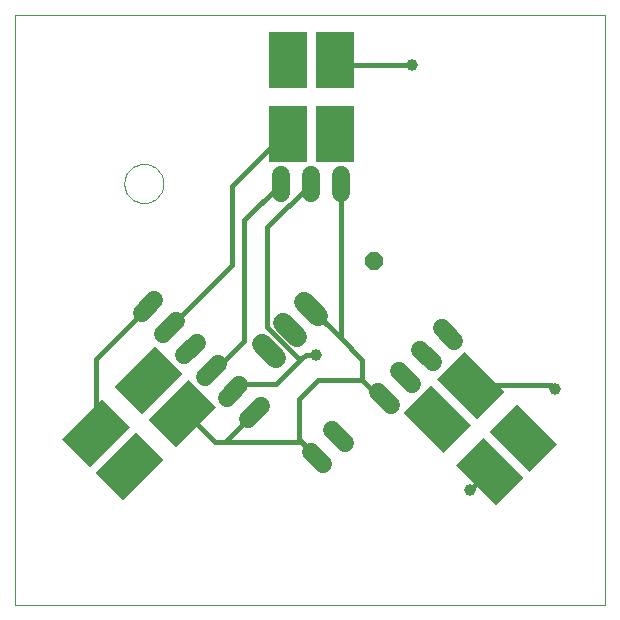
<source format=gbl>
G75*
%MOIN*%
%OFA0B0*%
%FSLAX24Y24*%
%IPPOS*%
%LPD*%
%AMOC8*
5,1,8,0,0,1.08239X$1,22.5*
%
%ADD10C,0.0000*%
%ADD11C,0.0600*%
%ADD12OC8,0.0600*%
%ADD13C,0.0660*%
%ADD14R,0.1299X0.1890*%
%ADD15C,0.0160*%
%ADD16C,0.0396*%
D10*
X000100Y000100D02*
X000100Y019785D01*
X019785Y019785D01*
X019785Y000100D01*
X000100Y000100D01*
X003751Y014156D02*
X003753Y014206D01*
X003759Y014256D01*
X003769Y014306D01*
X003782Y014354D01*
X003799Y014402D01*
X003820Y014448D01*
X003844Y014492D01*
X003872Y014534D01*
X003903Y014574D01*
X003937Y014611D01*
X003974Y014646D01*
X004013Y014677D01*
X004054Y014706D01*
X004098Y014731D01*
X004144Y014753D01*
X004191Y014771D01*
X004239Y014785D01*
X004288Y014796D01*
X004338Y014803D01*
X004388Y014806D01*
X004439Y014805D01*
X004489Y014800D01*
X004539Y014791D01*
X004587Y014779D01*
X004635Y014762D01*
X004681Y014742D01*
X004726Y014719D01*
X004769Y014692D01*
X004809Y014662D01*
X004847Y014629D01*
X004882Y014593D01*
X004915Y014554D01*
X004944Y014513D01*
X004970Y014470D01*
X004993Y014425D01*
X005012Y014378D01*
X005027Y014330D01*
X005039Y014281D01*
X005047Y014231D01*
X005051Y014181D01*
X005051Y014131D01*
X005047Y014081D01*
X005039Y014031D01*
X005027Y013982D01*
X005012Y013934D01*
X004993Y013887D01*
X004970Y013842D01*
X004944Y013799D01*
X004915Y013758D01*
X004882Y013719D01*
X004847Y013683D01*
X004809Y013650D01*
X004769Y013620D01*
X004726Y013593D01*
X004681Y013570D01*
X004635Y013550D01*
X004587Y013533D01*
X004539Y013521D01*
X004489Y013512D01*
X004439Y013507D01*
X004388Y013506D01*
X004338Y013509D01*
X004288Y013516D01*
X004239Y013527D01*
X004191Y013541D01*
X004144Y013559D01*
X004098Y013581D01*
X004054Y013606D01*
X004013Y013635D01*
X003974Y013666D01*
X003937Y013701D01*
X003903Y013738D01*
X003872Y013778D01*
X003844Y013820D01*
X003820Y013864D01*
X003799Y013910D01*
X003782Y013958D01*
X003769Y014006D01*
X003759Y014056D01*
X003753Y014106D01*
X003751Y014156D01*
D11*
X004756Y010265D02*
X004332Y009841D01*
X005039Y009133D02*
X005463Y009558D01*
X006170Y008851D02*
X005746Y008426D01*
X006453Y007719D02*
X006878Y008143D01*
X007585Y007436D02*
X007160Y007012D01*
X007868Y006305D02*
X008292Y006729D01*
X009966Y005223D02*
X010390Y004799D01*
X011098Y005506D02*
X010673Y005931D01*
X012209Y007206D02*
X012633Y006782D01*
X013340Y007489D02*
X012916Y007913D01*
X013623Y008621D02*
X014048Y008196D01*
X014755Y008903D02*
X014330Y009328D01*
X010962Y013855D02*
X010962Y014455D01*
X009962Y014455D02*
X009962Y013855D01*
X008962Y013855D02*
X008962Y014455D01*
D12*
X012072Y011585D03*
D13*
X010220Y009751D02*
X009753Y010218D01*
X009046Y009510D02*
X009513Y009044D01*
X008806Y008337D02*
X008339Y008803D01*
D14*
G36*
X005885Y007612D02*
X006803Y006694D01*
X005467Y005358D01*
X004549Y006276D01*
X005885Y007612D01*
G37*
G36*
X004771Y008726D02*
X005689Y007808D01*
X004353Y006472D01*
X003435Y007390D01*
X004771Y008726D01*
G37*
G36*
X003017Y006972D02*
X003935Y006054D01*
X002599Y004718D01*
X001681Y005636D01*
X003017Y006972D01*
G37*
G36*
X004131Y005858D02*
X005049Y004940D01*
X003713Y003604D01*
X002795Y004522D01*
X004131Y005858D01*
G37*
X009194Y015805D03*
X010769Y015805D03*
X010769Y018285D03*
X009194Y018285D03*
G36*
X014175Y007638D02*
X015093Y008556D01*
X016429Y007220D01*
X015511Y006302D01*
X014175Y007638D01*
G37*
G36*
X013061Y006524D02*
X013979Y007442D01*
X015315Y006106D01*
X014397Y005188D01*
X013061Y006524D01*
G37*
G36*
X014815Y004770D02*
X015733Y005688D01*
X017069Y004352D01*
X016151Y003434D01*
X014815Y004770D01*
G37*
G36*
X015929Y005884D02*
X016847Y006802D01*
X018183Y005466D01*
X017265Y004548D01*
X015929Y005884D01*
G37*
D15*
X015898Y004561D02*
X015942Y004561D01*
X015898Y004561D02*
X015262Y003925D01*
X012421Y006994D02*
X012303Y006994D01*
X011682Y007615D01*
X010202Y007615D01*
X009562Y006975D01*
X009562Y005628D01*
X010178Y005011D01*
X009655Y005535D01*
X007097Y005535D01*
X006782Y005535D01*
X005832Y006485D01*
X005676Y006485D01*
X007097Y005535D02*
X008080Y006517D01*
X007373Y007224D02*
X007613Y007465D01*
X008802Y007465D01*
X009667Y008330D01*
X009547Y008330D01*
X008512Y009365D01*
X008512Y012705D01*
X009962Y014155D01*
X010962Y014155D02*
X010962Y009009D01*
X011682Y008289D01*
X011682Y007615D01*
X010962Y009009D02*
X009987Y009984D01*
X010142Y008455D02*
X009792Y008455D01*
X009667Y008330D01*
X007732Y008895D02*
X006768Y007931D01*
X006665Y007931D01*
X007732Y008895D02*
X007732Y012925D01*
X008962Y014155D01*
X007342Y014075D02*
X009072Y015805D01*
X009194Y015805D01*
X007342Y014075D02*
X007342Y011436D01*
X005251Y009346D01*
X004544Y010053D02*
X002808Y008317D01*
X002808Y005845D01*
X015302Y007429D02*
X017978Y007429D01*
X018102Y007305D01*
X013342Y018115D02*
X010939Y018115D01*
X010769Y018285D01*
D16*
X013342Y018115D03*
X010142Y008455D03*
X015262Y003925D03*
X018102Y007305D03*
M02*

</source>
